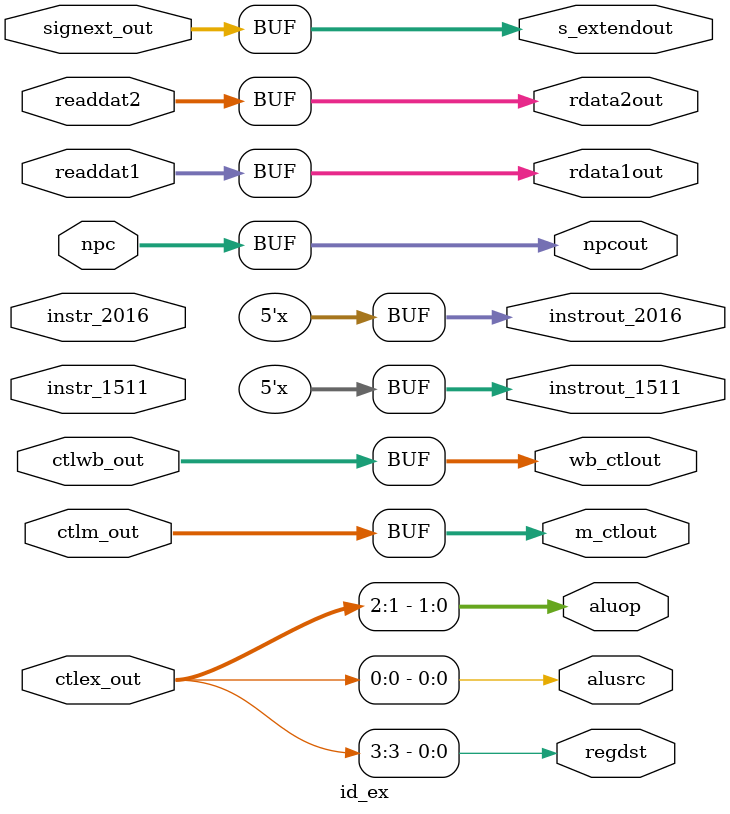
<source format=v>
module id_ex (
        input   wire [1:0]  ctlwb_out,
        input   wire [2:0]  ctlm_out,
        input   wire [3:0]  ctlex_out,
        input   wire [31:0] npc,
                            readdat1,
                            readdat2,
                            signext_out,
        input   wire [4:0]  instr_2016,
                            instr_1511,

        output  reg  [1:0]  wb_ctlout,
        output  reg  [2:0]  m_ctlout,
        output  reg         regdst,
                            alusrc,
        output  reg  [1:0]  aluop,
        output  reg  [31:0] npcout,
                            rdata1out,
                            rdata2out,
                            s_extendout,
        output  reg  [4:0]  instrout_2016,
                            instrout_1511
    );

    initial begin
        #0
        wb_ctlout     <= 0;
        m_ctlout      <= 0;
        regdst        <= 0;
        aluop         <= 0;
        alusrc        <= 0;
        npcout        <= 0;
        rdata1out     <= 0;
        rdata2out     <= 0;
        s_extendout   <= 0;
        instrout_2016 <= 0;
        instrout_1511 <= 0;
    end

    always@* begin
         #1
         wb_ctlout     <= ctlwb_out;
         m_ctlout      <= ctlm_out;
         regdst        <= ctlex_out[3];
         aluop         <= ctlex_out[2:1];
         alusrc        <= ctlex_out[0];
         npcout        <= npc;
         rdata1out     <= readdat1;
         rdata2out     <= readdat2;
         s_extendout   <= signext_out;
         instrout_2016 <= instrout_2016;
         instrout_1511 <= instrout_1511;
    end
endmodule

</source>
